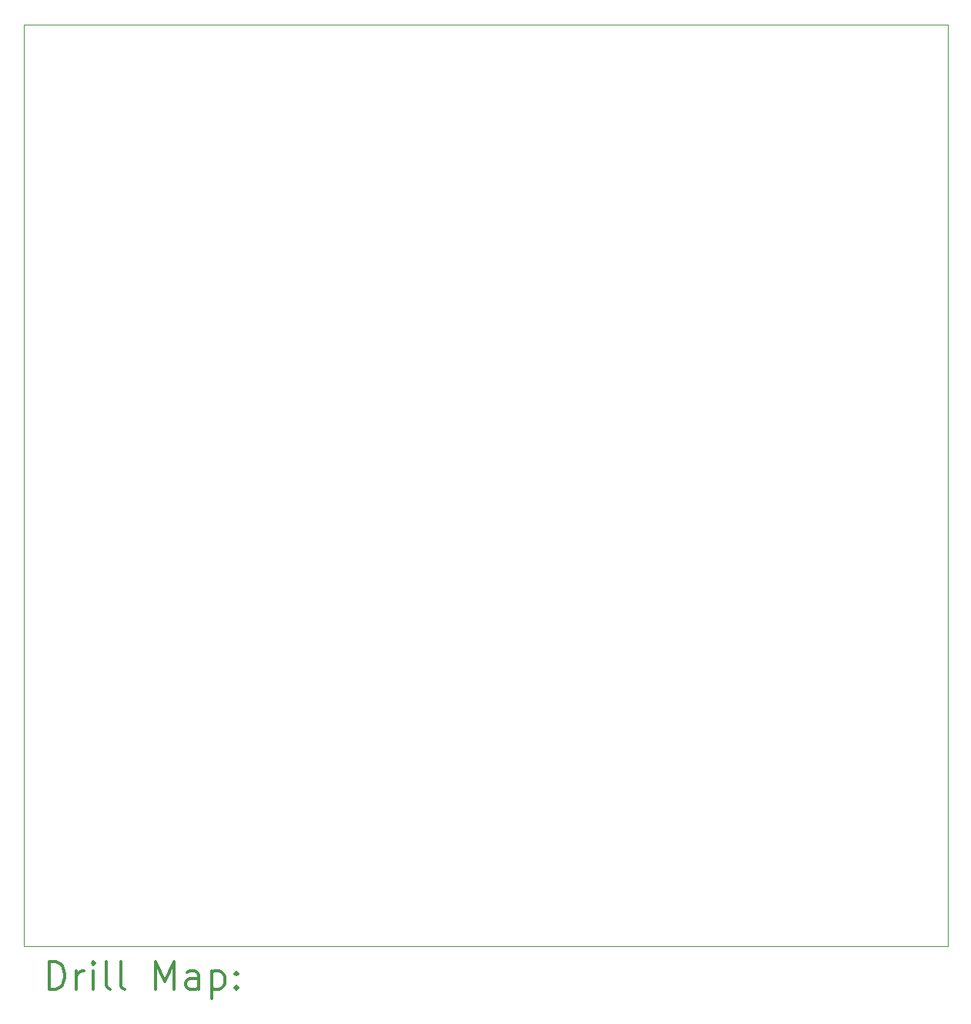
<source format=gbr>
%FSLAX45Y45*%
G04 Gerber Fmt 4.5, Leading zero omitted, Abs format (unit mm)*
G04 Created by KiCad (PCBNEW (5.1.10)-1) date 2023-01-28 17:58:23*
%MOMM*%
%LPD*%
G01*
G04 APERTURE LIST*
%TA.AperFunction,Profile*%
%ADD10C,0.100000*%
%TD*%
%ADD11C,0.200000*%
%ADD12C,0.300000*%
G04 APERTURE END LIST*
D10*
X19640550Y-4362450D02*
X19640550Y-14490700D01*
X9480550Y-4362450D02*
X19640550Y-4362450D01*
X9480550Y-14490700D02*
X9480550Y-4362450D01*
X19640550Y-14490700D02*
X9480550Y-14490700D01*
D11*
D12*
X9761978Y-14961414D02*
X9761978Y-14661414D01*
X9833407Y-14661414D01*
X9876264Y-14675700D01*
X9904836Y-14704271D01*
X9919121Y-14732843D01*
X9933407Y-14789986D01*
X9933407Y-14832843D01*
X9919121Y-14889986D01*
X9904836Y-14918557D01*
X9876264Y-14947129D01*
X9833407Y-14961414D01*
X9761978Y-14961414D01*
X10061978Y-14961414D02*
X10061978Y-14761414D01*
X10061978Y-14818557D02*
X10076264Y-14789986D01*
X10090550Y-14775700D01*
X10119121Y-14761414D01*
X10147693Y-14761414D01*
X10247693Y-14961414D02*
X10247693Y-14761414D01*
X10247693Y-14661414D02*
X10233407Y-14675700D01*
X10247693Y-14689986D01*
X10261978Y-14675700D01*
X10247693Y-14661414D01*
X10247693Y-14689986D01*
X10433407Y-14961414D02*
X10404836Y-14947129D01*
X10390550Y-14918557D01*
X10390550Y-14661414D01*
X10590550Y-14961414D02*
X10561978Y-14947129D01*
X10547693Y-14918557D01*
X10547693Y-14661414D01*
X10933407Y-14961414D02*
X10933407Y-14661414D01*
X11033407Y-14875700D01*
X11133407Y-14661414D01*
X11133407Y-14961414D01*
X11404836Y-14961414D02*
X11404836Y-14804271D01*
X11390550Y-14775700D01*
X11361978Y-14761414D01*
X11304836Y-14761414D01*
X11276264Y-14775700D01*
X11404836Y-14947129D02*
X11376264Y-14961414D01*
X11304836Y-14961414D01*
X11276264Y-14947129D01*
X11261978Y-14918557D01*
X11261978Y-14889986D01*
X11276264Y-14861414D01*
X11304836Y-14847129D01*
X11376264Y-14847129D01*
X11404836Y-14832843D01*
X11547693Y-14761414D02*
X11547693Y-15061414D01*
X11547693Y-14775700D02*
X11576264Y-14761414D01*
X11633407Y-14761414D01*
X11661978Y-14775700D01*
X11676264Y-14789986D01*
X11690550Y-14818557D01*
X11690550Y-14904271D01*
X11676264Y-14932843D01*
X11661978Y-14947129D01*
X11633407Y-14961414D01*
X11576264Y-14961414D01*
X11547693Y-14947129D01*
X11819121Y-14932843D02*
X11833407Y-14947129D01*
X11819121Y-14961414D01*
X11804836Y-14947129D01*
X11819121Y-14932843D01*
X11819121Y-14961414D01*
X11819121Y-14775700D02*
X11833407Y-14789986D01*
X11819121Y-14804271D01*
X11804836Y-14789986D01*
X11819121Y-14775700D01*
X11819121Y-14804271D01*
M02*

</source>
